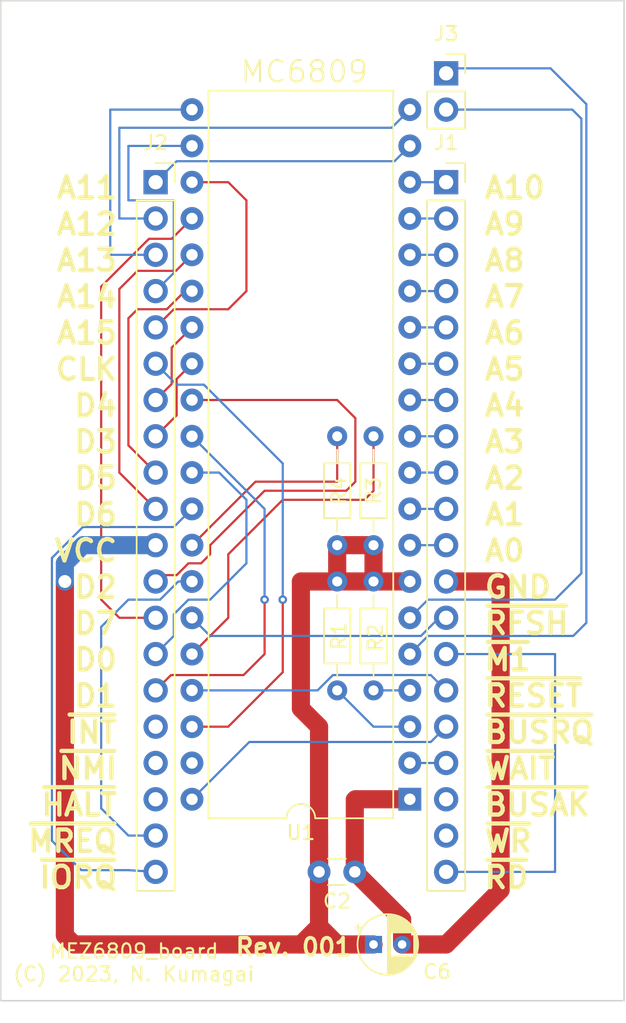
<source format=kicad_pcb>
(kicad_pcb (version 20221018) (generator pcbnew)
  (layers (0 "F.Cu" signal) (31 "B.Cu" signal) (34 "B.Paste" user) (35 "F.Paste" user) (36 "B.SilkS" user "B.Silkscreen") (37 "F.SilkS" user "F.Silkscreen") (38 "B.Mask" user) (39 "F.Mask" user) (44 "Edge.Cuts" user))
  (net 0 "")
  (net 1 "VCC")
  (net 2 "/A14")
  (net 3 "GND")
  (net 4 "/A15")
  (net 5 "/~{IORQ}")
  (net 6 "/~{MREQ}")
  (net 7 "/CLK")
  (net 8 "Net-(U1-~{IRQ})")
  (net 9 "/~{BUSRQ}")
  (net 10 "/~{RESET}")
  (net 11 "/D0")
  (net 12 "/D1")
  (net 13 "/D2")
  (net 14 "/D3")
  (net 15 "/A8")
  (net 16 "/A9")
  (net 17 "/A10")
  (net 18 "/A11")
  (net 19 "/D4")
  (net 20 "/D5")
  (net 21 "/D6")
  (net 22 "/D7")
  (net 23 "/A12")
  (net 24 "/A13")
  (net 25 "/~{WAIT}")
  (net 26 "/~{RFSH}")
  (net 27 "/A0")
  (net 28 "/A1")
  (net 29 "/A2")
  (net 30 "/A3")
  (net 31 "/A4")
  (net 32 "/A5")
  (net 33 "/A6")
  (net 34 "/A7")
  (net 35 "/~{M1}")
  (net 36 "/~{BUSAK}")
  (net 37 "/~{WR}")
  (net 38 "/~{HALT}")
  (net 39 "/~{INT}")
  (net 40 "/~{NMI}")
  (net 41 "Net-(U1-~{FIRQ})")
  (net 42 "Net-(U1-MRDY)")
  (net 43 "Net-(U1-~{DMA{slash}BREQ})")
  (net 44 "Net-(J3-Pin_1)")
  (net 45 "Net-(J3-Pin_2)")
  (footprint "Capacitor_THT:C_Disc_D3.0mm_W1.6mm_P2.50mm" (layer "F.Cu") (at 114.768 142.24 180)
    (fp_text reference "C2" (at 1.25 -2.05) (layer "F.SilkS"))
    (fp_text value "0.1uF")
    (fp_line (start 0.621 -0.92) (end 1.879 -0.92) (stroke (width 0.12)) (layer "F.SilkS"))
    (fp_line (start 0.621 0.92) (end 1.879 0.92) (stroke (width 0.12)) (layer "F.SilkS"))
    (pad "1" thru_hole circle (at 0 0 180) (size 1.6 1.6) (drill 0.8) (layers "*.Cu" "*.Mask") (net 3 "GND"))
    (pad "2" thru_hole circle (at 2.5 0 180) (size 1.6 1.6) (drill 0.8) (layers "*.Cu" "*.Mask") (net 1 "VCC"))
  )
  (footprint "Connector_PinSocket_2.54mm:PinSocket_1x20_P2.54mm_Vertical" (layer "F.Cu") (at 121.158 93.98)
    (fp_text reference "J1" (at 0 -2.77) (layer "F.SilkS"))
    (fp_text value "Conn_01x20_Socket")
    (fp_line (start -1.33 1.27) (end -1.33 49.59) (stroke (width 0.12)) (layer "F.SilkS"))
    (fp_line (start -1.33 1.27) (end 1.33 1.27) (stroke (width 0.12)) (layer "F.SilkS"))
    (fp_line (start -1.33 49.59) (end 1.33 49.59) (stroke (width 0.12)) (layer "F.SilkS"))
    (fp_line (start 0 -1.33) (end 1.33 -1.33) (stroke (width 0.12)) (layer "F.SilkS"))
    (fp_line (start 1.33 -1.33) (end 1.33 0) (stroke (width 0.12)) (layer "F.SilkS"))
    (fp_line (start 1.33 1.27) (end 1.33 49.59) (stroke (width 0.12)) (layer "F.SilkS"))
    (pad "1" thru_hole rect (at 0 0) (size 1.7 1.7) (drill 1) (layers "*.Cu" "*.Mask") (net 17 "/A10"))
    (pad "2" thru_hole oval (at 0 2.54) (size 1.7 1.7) (drill 1) (layers "*.Cu" "*.Mask") (net 16 "/A9"))
    (pad "3" thru_hole oval (at 0 5.08) (size 1.7 1.7) (drill 1) (layers "*.Cu" "*.Mask") (net 15 "/A8"))
    (pad "4" thru_hole oval (at 0 7.62) (size 1.7 1.7) (drill 1) (layers "*.Cu" "*.Mask") (net 34 "/A7"))
    (pad "5" thru_hole oval (at 0 10.16) (size 1.7 1.7) (drill 1) (layers "*.Cu" "*.Mask") (net 33 "/A6"))
    (pad "6" thru_hole oval (at 0 12.7) (size 1.7 1.7) (drill 1) (layers "*.Cu" "*.Mask") (net 32 "/A5"))
    (pad "7" thru_hole oval (at 0 15.24) (size 1.7 1.7) (drill 1) (layers "*.Cu" "*.Mask") (net 31 "/A4"))
    (pad "8" thru_hole oval (at 0 17.78) (size 1.7 1.7) (drill 1) (layers "*.Cu" "*.Mask") (net 30 "/A3"))
    (pad "9" thru_hole oval (at 0 20.32) (size 1.7 1.7) (drill 1) (layers "*.Cu" "*.Mask") (net 29 "/A2"))
    (pad "10" thru_hole oval (at 0 22.86) (size 1.7 1.7) (drill 1) (layers "*.Cu" "*.Mask") (net 28 "/A1"))
    (pad "11" thru_hole oval (at 0 25.4) (size 1.7 1.7) (drill 1) (layers "*.Cu" "*.Mask") (net 27 "/A0"))
    (pad "12" thru_hole oval (at 0 27.94) (size 1.7 1.7) (drill 1) (layers "*.Cu" "*.Mask") (net 3 "GND"))
    (pad "13" thru_hole oval (at 0 30.48) (size 1.7 1.7) (drill 1) (layers "*.Cu" "*.Mask") (net 26 "/~{RFSH}"))
    (pad "14" thru_hole oval (at 0 33.02) (size 1.7 1.7) (drill 1) (layers "*.Cu" "*.Mask") (net 35 "/~{M1}"))
    (pad "15" thru_hole oval (at 0 35.56) (size 1.7 1.7) (drill 1) (layers "*.Cu" "*.Mask") (net 10 "/~{RESET}"))
    (pad "16" thru_hole oval (at 0 38.1) (size 1.7 1.7) (drill 1) (layers "*.Cu" "*.Mask") (net 9 "/~{BUSRQ}"))
    (pad "17" thru_hole oval (at 0 40.64) (size 1.7 1.7) (drill 1) (layers "*.Cu" "*.Mask") (net 25 "/~{WAIT}"))
    (pad "18" thru_hole oval (at 0 43.18) (size 1.7 1.7) (drill 1) (layers "*.Cu" "*.Mask") (net 36 "/~{BUSAK}"))
    (pad "19" thru_hole oval (at 0 45.72) (size 1.7 1.7) (drill 1) (layers "*.Cu" "*.Mask") (net 37 "/~{WR}"))
    (pad "20" thru_hole oval (at 0 48.26) (size 1.7 1.7) (drill 1) (layers "*.Cu" "*.Mask") (net 35 "/~{M1}"))
  )
  (footprint "Connector_PinSocket_2.54mm:PinSocket_1x02_P2.54mm_Vertical" (layer "F.Cu") (at 121.158 86.36)
    (fp_text reference "J3" (at 0 -2.77) (layer "F.SilkS"))
    (fp_text value "Conn_01x02_Pin")
    (fp_line (start -1.33 1.27) (end -1.33 3.87) (stroke (width 0.12)) (layer "F.SilkS"))
    (fp_line (start -1.33 1.27) (end 1.33 1.27) (stroke (width 0.12)) (layer "F.SilkS"))
    (fp_line (start -1.33 3.87) (end 1.33 3.87) (stroke (width 0.12)) (layer "F.SilkS"))
    (fp_line (start 0 -1.33) (end 1.33 -1.33) (stroke (width 0.12)) (layer "F.SilkS"))
    (fp_line (start 1.33 -1.33) (end 1.33 0) (stroke (width 0.12)) (layer "F.SilkS"))
    (fp_line (start 1.33 1.27) (end 1.33 3.87) (stroke (width 0.12)) (layer "F.SilkS"))
    (pad "1" thru_hole rect (at 0 0) (size 1.7 1.7) (drill 1) (layers "*.Cu" "*.Mask") (net 44 "Net-(J3-Pin_1)"))
    (pad "2" thru_hole oval (at 0 2.54) (size 1.7 1.7) (drill 1) (layers "*.Cu" "*.Mask") (net 45 "Net-(J3-Pin_2)"))
  )
  (footprint "Resistor_THT:R_Axial_DIN0204_L3.6mm_D1.6mm_P7.62mm_Horizontal" (layer "F.Cu") (at 113.538 119.38 90)
    (fp_text reference "R4" (at 3.81 0.127 90) (layer "F.SilkS"))
    (fp_text value "10k")
    (fp_line (start 0.94 0) (end 1.89 0) (stroke (width 0.12)) (layer "F.SilkS"))
    (fp_line (start 1.89 -0.92) (end 1.89 0.92) (stroke (width 0.12)) (layer "F.SilkS"))
    (fp_line (start 1.89 0.92) (end 5.73 0.92) (stroke (width 0.12)) (layer "F.SilkS"))
    (fp_line (start 5.73 -0.92) (end 1.89 -0.92) (stroke (width 0.12)) (layer "F.SilkS"))
    (fp_line (start 5.73 0.92) (end 5.73 -0.92) (stroke (width 0.12)) (layer "F.SilkS"))
    (fp_line (start 6.68 0) (end 5.73 0) (stroke (width 0.12)) (layer "F.SilkS"))
    (pad "1" thru_hole circle (at 0 0 90) (size 1.4 1.4) (drill 0.7) (layers "*.Cu" "*.Mask") (net 1 "VCC"))
    (pad "2" thru_hole oval (at 7.62 0 90) (size 1.4 1.4) (drill 0.7) (layers "*.Cu" "*.Mask") (net 43 "Net-(U1-~{DMA{slash}BREQ})"))
  )
  (footprint "Connector_PinSocket_2.54mm:PinSocket_1x20_P2.54mm_Vertical" (layer "F.Cu") (at 100.838 93.98)
    (fp_text reference "J2" (at 0 -2.77) (layer "F.SilkS"))
    (fp_text value "Conn_01x20_Socket")
    (fp_line (start -1.33 1.27) (end -1.33 49.59) (stroke (width 0.12)) (layer "F.SilkS"))
    (fp_line (start -1.33 1.27) (end 1.33 1.27) (stroke (width 0.12)) (layer "F.SilkS"))
    (fp_line (start -1.33 49.59) (end 1.33 49.59) (stroke (width 0.12)) (layer "F.SilkS"))
    (fp_line (start 0 -1.33) (end 1.33 -1.33) (stroke (width 0.12)) (layer "F.SilkS"))
    (fp_line (start 1.33 -1.33) (end 1.33 0) (stroke (width 0.12)) (layer "F.SilkS"))
    (fp_line (start 1.33 1.27) (end 1.33 49.59) (stroke (width 0.12)) (layer "F.SilkS"))
    (pad "1" thru_hole rect (at 0 0) (size 1.7 1.7) (drill 1) (layers "*.Cu" "*.Mask") (net 18 "/A11"))
    (pad "2" thru_hole oval (at 0 2.54) (size 1.7 1.7) (drill 1) (layers "*.Cu" "*.Mask") (net 23 "/A12"))
    (pad "3" thru_hole oval (at 0 5.08) (size 1.7 1.7) (drill 1) (layers "*.Cu" "*.Mask") (net 24 "/A13"))
    (pad "4" thru_hole oval (at 0 7.62) (size 1.7 1.7) (drill 1) (layers "*.Cu" "*.Mask") (net 2 "/A14"))
    (pad "5" thru_hole oval (at 0 10.16) (size 1.7 1.7) (drill 1) (layers "*.Cu" "*.Mask") (net 4 "/A15"))
    (pad "6" thru_hole oval (at 0 12.7) (size 1.7 1.7) (drill 1) (layers "*.Cu" "*.Mask") (net 7 "/CLK"))
    (pad "7" thru_hole oval (at 0 15.24) (size 1.7 1.7) (drill 1) (layers "*.Cu" "*.Mask") (net 19 "/D4"))
    (pad "8" thru_hole oval (at 0 17.78) (size 1.7 1.7) (drill 1) (layers "*.Cu" "*.Mask") (net 14 "/D3"))
    (pad "9" thru_hole oval (at 0 20.32) (size 1.7 1.7) (drill 1) (layers "*.Cu" "*.Mask") (net 20 "/D5"))
    (pad "10" thru_hole oval (at 0 22.86) (size 1.7 1.7) (drill 1) (layers "*.Cu" "*.Mask") (net 21 "/D6"))
    (pad "11" thru_hole oval (at 0 25.4) (size 1.7 1.7) (drill 1) (layers "*.Cu" "*.Mask") (net 1 "VCC"))
    (pad "12" thru_hole oval (at 0 27.94) (size 1.7 1.7) (drill 1) (layers "*.Cu" "*.Mask") (net 13 "/D2"))
    (pad "13" thru_hole oval (at 0 30.48) (size 1.7 1.7) (drill 1) (layers "*.Cu" "*.Mask") (net 22 "/D7"))
    (pad "14" thru_hole oval (at 0 33.02) (size 1.7 1.7) (drill 1) (layers "*.Cu" "*.Mask") (net 11 "/D0"))
    (pad "15" thru_hole oval (at 0 35.56) (size 1.7 1.7) (drill 1) (layers "*.Cu" "*.Mask") (net 12 "/D1"))
    (pad "16" thru_hole oval (at 0 38.1) (size 1.7 1.7) (drill 1) (layers "*.Cu" "*.Mask") (net 39 "/~{INT}"))
    (pad "17" thru_hole oval (at 0 40.64) (size 1.7 1.7) (drill 1) (layers "*.Cu" "*.Mask") (net 40 "/~{NMI}"))
    (pad "18" thru_hole oval (at 0 43.18) (size 1.7 1.7) (drill 1) (layers "*.Cu" "*.Mask") (net 38 "/~{HALT}"))
    (pad "19" thru_hole oval (at 0 45.72) (size 1.7 1.7) (drill 1) (layers "*.Cu" "*.Mask") (net 6 "/~{MREQ}"))
    (pad "20" thru_hole oval (at 0 48.26) (size 1.7 1.7) (drill 1) (layers "*.Cu" "*.Mask") (net 5 "/~{IORQ}"))
  )
  (footprint "Capacitor_THT:CP_Radial_D4.0mm_P2.00mm" (layer "F.Cu") (at 116.078 147.32)
    (fp_text reference "C6" (at 4.445 1.905 180) (layer "F.SilkS"))
    (fp_text value "10uF")
    (fp_line (start -1.269801 -1.195) (end -0.869801 -1.195) (stroke (width 0.12)) (layer "F.SilkS"))
    (fp_line (start -1.069801 -1.395) (end -1.069801 -0.995) (stroke (width 0.12)) (layer "F.SilkS"))
    (fp_line (start 1 -2.08) (end 1 2.08) (stroke (width 0.12)) (layer "F.SilkS"))
    (fp_line (start 1.04 -2.08) (end 1.04 2.08) (stroke (width 0.12)) (layer "F.SilkS"))
    (fp_line (start 1.08 -2.079) (end 1.08 2.079) (stroke (width 0.12)) (layer "F.SilkS"))
    (fp_line (start 1.12 -2.077) (end 1.12 2.077) (stroke (width 0.12)) (layer "F.SilkS"))
    (fp_line (start 1.16 -2.074) (end 1.16 2.074) (stroke (width 0.12)) (layer "F.SilkS"))
    (fp_line (start 1.2 -2.071) (end 1.2 -0.84) (stroke (width 0.12)) (layer "F.SilkS"))
    (fp_line (start 1.2 0.84) (end 1.2 2.071) (stroke (width 0.12)) (layer "F.SilkS"))
    (fp_line (start 1.24 -2.067) (end 1.24 -0.84) (stroke (width 0.12)) (layer "F.SilkS"))
    (fp_line (start 1.24 0.84) (end 1.24 2.067) (stroke (width 0.12)) (layer "F.SilkS"))
    (fp_line (start 1.28 -2.062) (end 1.28 -0.84) (stroke (width 0.12)) (layer "F.SilkS"))
    (fp_line (start 1.28 0.84) (end 1.28 2.062) (stroke (width 0.12)) (layer "F.SilkS"))
    (fp_line (start 1.32 -2.056) (end 1.32 -0.84) (stroke (width 0.12)) (layer "F.SilkS"))
    (fp_line (start 1.32 0.84) (end 1.32 2.056) (stroke (width 0.12)) (layer "F.SilkS"))
    (fp_line (start 1.36 -2.05) (end 1.36 -0.84) (stroke (width 0.12)) (layer "F.SilkS"))
    (fp_line (start 1.36 0.84) (end 1.36 2.05) (stroke (width 0.12)) (layer "F.SilkS"))
    (fp_line (start 1.4 -2.042) (end 1.4 -0.84) (stroke (width 0.12)) (layer "F.SilkS"))
    (fp_line (start 1.4 0.84) (end 1.4 2.042) (stroke (width 0.12)) (layer "F.SilkS"))
    (fp_line (start 1.44 -2.034) (end 1.44 -0.84) (stroke (width 0.12)) (layer "F.SilkS"))
    (fp_line (start 1.44 0.84) (end 1.44 2.034) (stroke (width 0.12)) (layer "F.SilkS"))
    (fp_line (start 1.48 -2.025) (end 1.48 -0.84) (stroke (width 0.12)) (layer "F.SilkS"))
    (fp_line (start 1.48 0.84) (end 1.48 2.025) (stroke (width 0.12)) (layer "F.SilkS"))
    (fp_line (start 1.52 -2.016) (end 1.52 -0.84) (stroke (width 0.12)) (layer "F.SilkS"))
    (fp_line (start 1.52 0.84) (end 1.52 2.016) (stroke (width 0.12)) (layer "F.SilkS"))
    (fp_line (start 1.56 -2.005) (end 1.56 -0.84) (stroke (width 0.12)) (layer "F.SilkS"))
    (fp_line (start 1.56 0.84) (end 1.56 2.005) (stroke (width 0.12)) (layer "F.SilkS"))
    (fp_line (start 1.6 -1.994) (end 1.6 -0.84) (stroke (width 0.12)) (layer "F.SilkS"))
    (fp_line (start 1.6 0.84) (end 1.6 1.994) (stroke (width 0.12)) (layer "F.SilkS"))
    (fp_line (start 1.64 -1.982) (end 1.64 -0.84) (stroke (width 0.12)) (layer "F.SilkS"))
    (fp_line (start 1.64 0.84) (end 1.64 1.982) (stroke (width 0.12)) (layer "F.SilkS"))
    (fp_line (start 1.68 -1.968) (end 1.68 -0.84) (stroke (width 0.12)) (layer "F.SilkS"))
    (fp_line (start 1.68 0.84) (end 1.68 1.968) (stroke (width 0.12)) (layer "F.SilkS"))
    (fp_line (start 1.721 -1.954) (end 1.721 -0.84) (stroke (width 0.12)) (layer "F.SilkS"))
    (fp_line (start 1.721 0.84) (end 1.721 1.954) (stroke (width 0.12)) (layer "F.SilkS"))
    (fp_line (start 1.761 -1.94) (end 1.761 -0.84) (stroke (width 0.12)) (layer "F.SilkS"))
    (fp_line (start 1.761 0.84) (end 1.761 1.94) (stroke (width 0.12)) (layer "F.SilkS"))
    (fp_line (start 1.801 -1.924) (end 1.801 -0.84) (stroke (width 0.12)) (layer "F.SilkS"))
    (fp_line (start 1.801 0.84) (end 1.801 1.924) (stroke (width 0.12)) (layer "F.SilkS"))
    (fp_line (start 1.841 -1.907) (end 1.841 -0.84) (stroke (width 0.12)) (layer "F.SilkS"))
    (fp_line (start 1.841 0.84) (end 1.841 1.907) (stroke (width 0.12)) (layer "F.SilkS"))
    (fp_line (start 1.881 -1.889) (end 1.881 -0.84) (stroke (width 0.12)) (layer "F.SilkS"))
    (fp_line (start 1.881 0.84) (end 1.881 1.889) (stroke (width 0.12)) (layer "F.SilkS"))
    (fp_line (start 1.921 -1.87) (end 1.921 -0.84) (stroke (width 0.12)) (layer "F.SilkS"))
    (fp_line (start 1.921 0.84) (end 1.921 1.87) (stroke (width 0.12)) (layer "F.SilkS"))
    (fp_line (start 1.961 -1.851) (end 1.961 -0.84) (stroke (width 0.12)) (layer "F.SilkS"))
    (fp_line (start 1.961 0.84) (end 1.961 1.851) (stroke (width 0.12)) (layer "F.SilkS"))
    (fp_line (start 2.001 -1.83) (end 2.001 -0.84) (stroke (width 0.12)) (layer "F.SilkS"))
    (fp_line (start 2.001 0.84) (end 2.001 1.83) (stroke (width 0.12)) (layer "F.SilkS"))
    (fp_line (start 2.041 -1.808) (end 2.041 -0.84) (stroke (width 0.12)) (layer "F.SilkS"))
    (fp_line (start 2.041 0.84) (end 2.041 1.808) (stroke (width 0.12)) (layer "F.SilkS"))
    (fp_line (start 2.081 -1.785) (end 2.081 -0.84) (stroke (width 0.12)) (layer "F.SilkS"))
    (fp_line (start 2.081 0.84) (end 2.081 1.785) (stroke (width 0.12)) (layer "F.SilkS"))
    (fp_line (start 2.121 -1.76) (end 2.121 -0.84) (stroke (width 0.12)) (layer "F.SilkS"))
    (fp_line (start 2.121 0.84) (end 2.121 1.76) (stroke (width 0.12)) (layer "F.SilkS"))
    (fp_line (start 2.161 -1.735) (end 2.161 -0.84) (stroke (width 0.12)) (layer "F.SilkS"))
    (fp_line (start 2.161 0.84) (end 2.161 1.735) (stroke (width 0.12)) (layer "F.SilkS"))
    (fp_line (start 2.201 -1.708) (end 2.201 -0.84) (stroke (width 0.12)) (layer "F.SilkS"))
    (fp_line (start 2.201 0.84) (end 2.201 1.708) (stroke (width 0.12)) (layer "F.SilkS"))
    (fp_line (start 2.241 -1.68) (end 2.241 -0.84) (stroke (width 0.12)) (layer "F.SilkS"))
    (fp_line (start 2.241 0.84) (end 2.241 1.68) (stroke (width 0.12)) (layer "F.SilkS"))
    (fp_line (start 2.281 -1.65) (end 2.281 -0.84) (stroke (width 0.12)) (layer "F.SilkS"))
    (fp_line (start 2.281 0.84) (end 2.281 1.65) (stroke (width 0.12)) (layer "F.SilkS"))
    (fp_line (start 2.321 -1.619) (end 2.321 -0.84) (stroke (width 0.12)) (layer "F.SilkS"))
    (fp_line (start 2.321 0.84) (end 2.321 1.619) (stroke (width 0.12)) (layer "F.SilkS"))
    (fp_line (start 2.361 -1.587) (end 2.361 -0.84) (stroke (width 0.12)) (layer "F.SilkS"))
    (fp_line (start 2.361 0.84) (end 2.361 1.587) (stroke (width 0.12)) (layer "F.SilkS"))
    (fp_line (start 2.401 -1.552) (end 2.401 -0.84) (stroke (width 0.12)) (layer "F.SilkS"))
    (fp_line (start 2.401 0.84) (end 2.401 1.552) (stroke (width 0.12)) (layer "F.SilkS"))
    (fp_line (start 2.441 -1.516) (end 2.441 -0.84) (stroke (width 0.12)) (layer "F.SilkS"))
    (fp_line (start 2.441 0.84) (end 2.441 1.516) (stroke (width 0.12)) (layer "F.SilkS"))
    (fp_line (start 2.481 -1.478) (end 2.481 -0.84) (stroke (width 0.12)) (layer "F.SilkS"))
    (fp_line (start 2.481 0.84) (end 2.481 1.478) (stroke (width 0.12)) (layer "F.SilkS"))
    (fp_line (start 2.521 -1.438) (end 2.521 -0.84) (stroke (width 0.12)) (layer "F.SilkS"))
    (fp_line (start 2.521 0.84) (end 2.521 1.438) (stroke (width 0.12)) (layer "F.SilkS"))
    (fp_line (start 2.561 -1.396) (end 2.561 -0.84) (stroke (width 0.12)) (layer "F.SilkS"))
    (fp_line (start 2.561 0.84) (end 2.561 1.396) (stroke (width 0.12)) (layer "F.SilkS"))
    (fp_line (start 2.601 -1.351) (end 2.601 -0.84) (stroke (width 0.12)) (layer "F.SilkS"))
    (fp_line (start 2.601 0.84) (end 2.601 1.351) (stroke (width 0.12)) (layer "F.SilkS"))
    (fp_line (start 2.641 -1.304) (end 2.641 -0.84) (stroke (width 0.12)) (layer "F.SilkS"))
    (fp_line (start 2.641 0.84) (end 2.641 1.304) (stroke (width 0.12)) (layer "F.SilkS"))
    (fp_line (start 2.681 -1.254) (end 2.681 -0.84) (stroke (width 0.12)) (layer "F.SilkS"))
    (fp_line (start 2.681 0.84) (end 2.681 1.254) (stroke (width 0.12)) (layer "F.SilkS"))
    (fp_line (start 2.721 -1.2) (end 2.721 -0.84) (stroke (width 0.12)) (layer "F.SilkS"))
    (fp_line (start 2.721 0.84) (end 2.721 1.2) (stroke (width 0.12)) (layer "F.SilkS"))
    (fp_line (start 2.761 -1.142) (end 2.761 -0.84) (stroke (width 0.12)) (layer "F.SilkS"))
    (fp_line (start 2.761 0.84) (end 2.761 1.142) (stroke (width 0.12)) (layer "F.SilkS"))
    (fp_line (start 2.801 -1.08) (end 2.801 -0.84) (stroke (width 0.12)) (layer "F.SilkS"))
    (fp_line (start 2.801 0.84) (end 2.801 1.08) (stroke (width 0.12)) (layer "F.SilkS"))
    (fp_line (start 2.841 -1.013) (end 2.841 1.013) (stroke (width 0.12)) (layer "F.SilkS"))
    (fp_line (start 2.881 -0.94) (end 2.881 0.94) (stroke (width 0.12)) (layer "F.SilkS"))
    (fp_line (start 2.921 -0.859) (end 2.921 0.859) (stroke (width 0.12)) (layer "F.SilkS"))
    (fp_line (start 2.961 -0.768) (end 2.961 0.768) (stroke (width 0.12)) (layer "F.SilkS"))
    (fp_line (start 3.001 -0.664) (end 3.001 0.664) (stroke (width 0.12)) (layer "F.SilkS"))
    (fp_line (start 3.041 -0.537) (end 3.041 0.537) (stroke (width 0.12)) (layer "F.SilkS"))
    (fp_line (start 3.081 -0.37) (end 3.081 0.37) (stroke (width 0.12)) (layer "F.SilkS"))
    (fp_circle (center 1 0) (end 3.12 0) (stroke (width 0.12)) (fill none) (layer "F.SilkS"))
    (pad "1" thru_hole rect (at 0 0) (size 1.2 1.2) (drill 0.6) (layers "*.Cu" "*.Mask") (net 1 "VCC"))
    (pad "2" thru_hole circle (at 2 0) (size 1.2 1.2) (drill 0.6) (layers "*.Cu" "*.Mask") (net 3 "GND"))
  )
  (footprint "Resistor_THT:R_Axial_DIN0204_L3.6mm_D1.6mm_P7.62mm_Horizontal" (layer "F.Cu") (at 116.078 129.54 90)
    (fp_text reference "R2" (at 3.683 0.127 90) (layer "F.SilkS"))
    (fp_text value "10k")
    (fp_line (start 0.94 0) (end 1.89 0) (stroke (width 0.12)) (layer "F.SilkS"))
    (fp_line (start 1.89 -0.92) (end 1.89 0.92) (stroke (width 0.12)) (layer "F.SilkS"))
    (fp_line (start 1.89 0.92) (end 5.73 0.92) (stroke (width 0.12)) (layer "F.SilkS"))
    (fp_line (start 5.73 -0.92) (end 1.89 -0.92) (stroke (width 0.12)) (layer "F.SilkS"))
    (fp_line (start 5.73 0.92) (end 5.73 -0.92) (stroke (width 0.12)) (layer "F.SilkS"))
    (fp_line (start 6.68 0) (end 5.73 0) (stroke (width 0.12)) (layer "F.SilkS"))
    (pad "1" thru_hole circle (at 0 0 90) (size 1.4 1.4) (drill 0.7) (layers "*.Cu" "*.Mask") (net 41 "Net-(U1-~{FIRQ})"))
    (pad "2" thru_hole oval (at 7.62 0 90) (size 1.4 1.4) (drill 0.7) (layers "*.Cu" "*.Mask") (net 1 "VCC"))
  )
  (footprint "MountingHole:MountingHole_3.5mm" (layer "F.Cu") (at 128.608 147.46)
    (fp_text reference "H4" hide)
    (fp_text value "MountingHole")
    (pad "" np_thru_hole circle (at 0 0) (size 3.5 3.5) (drill 3.5) (layers "*.Cu" "*.Mask"))
  )
  (footprint "Package_DIP:DIP-40_W15.24mm" (layer "F.Cu") (at 118.618 137.16 180)
    (fp_text reference "U1" (at 7.62 -2.33) (layer "F.SilkS"))
    (fp_text value "MC6809")
    (fp_line (start 1.16 -1.33) (end 1.16 49.59) (stroke (width 0.12)) (layer "F.SilkS"))
    (fp_line (start 1.16 49.59) (end 14.08 49.59) (stroke (width 0.12)) (layer "F.SilkS"))
    (fp_line (start 6.62 -1.33) (end 1.16 -1.33) (stroke (width 0.12)) (layer "F.SilkS"))
    (fp_line (start 14.08 -1.33) (end 8.62 -1.33) (stroke (width 0.12)) (layer "F.SilkS"))
    (fp_line (start 14.08 49.59) (end 14.08 -1.33) (stroke (width 0.12)) (layer "F.SilkS"))
    (fp_arc (start 8.62 -1.33) (mid 7.62 -0.33) (end 6.62 -1.33) (stroke (width 0.12)) (layer "F.SilkS"))
    (pad "1" thru_hole rect (at 0 0 180) (size 1.6 1.6) (drill 0.8) (layers "*.Cu" "*.Mask") (net 3 "GND"))
    (pad "2" thru_hole oval (at 0 2.54 180) (size 1.6 1.6) (drill 0.8) (layers "*.Cu" "*.Mask") (net 25 "/~{WAIT}"))
    (pad "3" thru_hole oval (at 0 5.08 180) (size 1.6 1.6) (drill 0.8) (layers "*.Cu" "*.Mask") (net 8 "Net-(U1-~{IRQ})"))
    (pad "4" thru_hole oval (at 0 7.62 180) (size 1.6 1.6) (drill 0.8) (layers "*.Cu" "*.Mask") (net 41 "Net-(U1-~{FIRQ})"))
    (pad "5" thru_hole oval (at 0 10.16 180) (size 1.6 1.6) (drill 0.8) (layers "*.Cu" "*.Mask") (net 44 "Net-(J3-Pin_1)"))
    (pad "6" thru_hole oval (at 0 12.7 180) (size 1.6 1.6) (drill 0.8) (layers "*.Cu" "*.Mask") (net 45 "Net-(J3-Pin_2)"))
    (pad "7" thru_hole oval (at 0 15.24 180) (size 1.6 1.6) (drill 0.8) (layers "*.Cu" "*.Mask") (net 1 "VCC"))
    (pad "8" thru_hole oval (at 0 17.78 180) (size 1.6 1.6) (drill 0.8) (layers "*.Cu" "*.Mask") (net 27 "/A0"))
    (pad "9" thru_hole oval (at 0 20.32 180) (size 1.6 1.6) (drill 0.8) (layers "*.Cu" "*.Mask") (net 28 "/A1"))
    (pad "10" thru_hole oval (at 0 22.86 180) (size 1.6 1.6) (drill 0.8) (layers "*.Cu" "*.Mask") (net 29 "/A2"))
    (pad "11" thru_hole oval (at 0 25.4 180) (size 1.6 1.6) (drill 0.8) (layers "*.Cu" "*.Mask") (net 30 "/A3"))
    (pad "12" thru_hole oval (at 0 27.94 180) (size 1.6 1.6) (drill 0.8) (layers "*.Cu" "*.Mask") (net 31 "/A4"))
    (pad "13" thru_hole oval (at 0 30.48 180) (size 1.6 1.6) (drill 0.8) (layers "*.Cu" "*.Mask") (net 32 "/A5"))
    (pad "14" thru_hole oval (at 0 33.02 180) (size 1.6 1.6) (drill 0.8) (layers "*.Cu" "*.Mask") (net 33 "/A6"))
    (pad "15" thru_hole oval (at 0 35.56 180) (size 1.6 1.6) (drill 0.8) (layers "*.Cu" "*.Mask") (net 34 "/A7"))
    (pad "16" thru_hole oval (at 0 38.1 180) (size 1.6 1.6) (drill 0.8) (layers "*.Cu" "*.Mask") (net 15 "/A8"))
    (pad "17" thru_hole oval (at 0 40.64 180) (size 1.6 1.6) (drill 0.8) (layers "*.Cu" "*.Mask") (net 16 "/A9"))
    (pad "18" thru_hole oval (at 0 43.18 180) (size 1.6 1.6) (drill 0.8) (layers "*.Cu" "*.Mask") (net 17 "/A10"))
    (pad "19" thru_hole oval (at 0 45.72 180) (size 1.6 1.6) (drill 0.8) (layers "*.Cu" "*.Mask") (net 18 "/A11"))
    (pad "20" thru_hole oval (at 0 48.26 180) (size 1.6 1.6) (drill 0.8) (layers "*.Cu" "*.Mask") (net 23 "/A12"))
    (pad "21" thru_hole oval (at 15.24 48.26 180) (size 1.6 1.6) (drill 0.8) (layers "*.Cu" "*.Mask") (net 24 "/A13"))
    (pad "22" thru_hole oval (at 15.24 45.72 180) (size 1.6 1.6) (drill 0.8) (layers "*.Cu" "*.Mask") (net 2 "/A14"))
    (pad "23" thru_hole oval (at 15.24 43.18 180) (size 1.6 1.6) (drill 0.8) (layers "*.Cu" "*.Mask") (net 4 "/A15"))
    (pad "24" thru_hole oval (at 15.24 40.64 180) (size 1.6 1.6) (drill 0.8) (layers "*.Cu" "*.Mask") (net 22 "/D7"))
    (pad "25" thru_hole oval (at 15.24 38.1 180) (size 1.6 1.6) (drill 0.8) (layers "*.Cu" "*.Mask") (net 21 "/D6"))
    (pad "26" thru_hole oval (at 15.24 35.56 180) (size 1.6 1.6) (drill 0.8) (layers "*.Cu" "*.Mask") (net 20 "/D5"))
    (pad "27" thru_hole oval (at 15.24 33.02 180) (size 1.6 1.6) (drill 0.8) (layers "*.Cu" "*.Mask") (net 19 "/D4"))
    (pad "28" thru_hole oval (at 15.24 30.48 180) (size 1.6 1.6) (drill 0.8) (layers "*.Cu" "*.Mask") (net 14 "/D3"))
    (pad "29" thru_hole oval (at 15.24 27.94 180) (size 1.6 1.6) (drill 0.8) (layers "*.Cu" "*.Mask") (net 13 "/D2"))
    (pad "30" thru_hole oval (at 15.24 25.4 180) (size 1.6 1.6) (drill 0.8) (layers "*.Cu" "*.Mask") (net 12 "/D1"))
    (pad "31" thru_hole oval (at 15.24 22.86 180) (size 1.6 1.6) (drill 0.8) (layers "*.Cu" "*.Mask") (net 11 "/D0"))
    (pad "32" thru_hole oval (at 15.24 20.32 180) (size 1.6 1.6) (drill 0.8) (layers "*.Cu" "*.Mask") (net 5 "/~{IORQ}"))
    (pad "33" thru_hole oval (at 15.24 17.78 180) (size 1.6 1.6) (drill 0.8) (layers "*.Cu" "*.Mask") (net 43 "Net-(U1-~{DMA{slash}BREQ})"))
    (pad "34" thru_hole oval (at 15.24 15.24 180) (size 1.6 1.6) (drill 0.8) (layers "*.Cu" "*.Mask") (net 6 "/~{MREQ}"))
    (pad "35" thru_hole oval (at 15.24 12.7 180) (size 1.6 1.6) (drill 0.8) (layers "*.Cu" "*.Mask") (net 26 "/~{RFSH}"))
    (pad "36" thru_hole oval (at 15.24 10.16 180) (size 1.6 1.6) (drill 0.8) (layers "*.Cu" "*.Mask") (net 42 "Net-(U1-MRDY)"))
    (pad "37" thru_hole oval (at 15.24 7.62 180) (size 1.6 1.6) (drill 0.8) (layers "*.Cu" "*.Mask") (net 10 "/~{RESET}"))
    (pad "38" thru_hole oval (at 15.24 5.08 180) (size 1.6 1.6) (drill 0.8) (layers "*.Cu" "*.Mask") (net 7 "/CLK"))
    (pad "39" thru_hole oval (at 15.24 2.54 180) (size 1.6 1.6) (drill 0.8) (layers "*.Cu" "*.Mask"))
    (pad "40" thru_hole oval (at 15.24 0 180) (size 1.6 1.6) (drill 0.8) (layers "*.Cu" "*.Mask") (net 9 "/~{BUSRQ}"))
  )
  (footprint "Resistor_THT:R_Axial_DIN0204_L3.6mm_D1.6mm_P7.62mm_Horizontal" (layer "F.Cu") (at 113.538 129.54 90)
    (fp_text reference "R1" (at 3.81 0.127 90) (layer "F.SilkS"))
    (fp_text value "10k")
    (fp_line (start 0.94 0) (end 1.89 0) (stroke (width 0.12)) (layer "F.SilkS"))
    (fp_line (start 1.89 -0.92) (end 1.89 0.92) (stroke (width 0.12)) (layer "F.SilkS"))
    (fp_line (start 1.89 0.92) (end 5.73 0.92) (stroke (width 0.12)) (layer "F.SilkS"))
    (fp_line (start 5.73 -0.92) (end 1.89 -0.92) (stroke (width 0.12)) (layer "F.SilkS"))
    (fp_line (start 5.73 0.92) (end 5.73 -0.92) (stroke (width 0.12)) (layer "F.SilkS"))
    (fp_line (start 6.68 0) (end 5.73 0) (stroke (width 0.12)) (layer "F.SilkS"))
    (pad "1" thru_hole circle (at 0 0 90) (size 1.4 1.4) (drill 0.7) (layers "*.Cu" "*.Mask") (net 8 "Net-(U1-~{IRQ})"))
    (pad "2" thru_hole oval (at 7.62 0 90) (size 1.4 1.4) (drill 0.7) (layers "*.Cu" "*.Mask") (net 1 "VCC"))
  )
  (footprint "Resistor_THT:R_Axial_DIN0204_L3.6mm_D1.6mm_P7.62mm_Horizontal" (layer "F.Cu") (at 116.078 119.38 90)
    (fp_text reference "R3" (at 3.81 0 90) (layer "F.SilkS"))
    (fp_text value "10k")
    (fp_line (start 0.94 0) (end 1.89 0) (stroke (width 0.12)) (layer "F.SilkS"))
    (fp_line (start 1.89 -0.92) (end 1.89 0.92) (stroke (width 0.12)) (layer "F.SilkS"))
    (fp_line (start 1.89 0.92) (end 5.73 0.92) (stroke (width 0.12)) (layer "F.SilkS"))
    (fp_line (start 5.73 -0.92) (end 1.89 -0.92) (stroke (width 0.12)) (layer "F.SilkS"))
    (fp_line (start 5.73 0.92) (end 5.73 -0.92) (stroke (width 0.12)) (layer "F.SilkS"))
    (fp_line (start 6.68 0) (end 5.73 0) (stroke (width 0.12)) (layer "F.SilkS"))
    (pad "1" thru_hole circle (at 0 0 90) (size 1.4 1.4) (drill 0.7) (layers "*.Cu" "*.Mask") (net 1 "VCC"))
    (pad "2" thru_hole oval (at 7.62 0 90) (size 1.4 1.4) (drill 0.7) (layers "*.Cu" "*.Mask") (net 42 "Net-(U1-MRDY)"))
  )
  (gr_line (start 133.604 81.28) (end 90 81.28) (stroke (width 0.1)) (layer "Edge.Cuts"))
  (gr_line (start 90 151.257) (end 90 81.28) (stroke (width 0.1)) (layer "Edge.Cuts"))
  (gr_line (start 133.604 81.28) (end 133.604 151.257) (stroke (width 0.1)) (layer "Edge.Cuts"))
  (gr_line (start 133.604 151.257) (end 90 151.257) (stroke (width 0.1)) (layer "Edge.Cuts"))
  (gr_text "D7" (at 98.298 125.73) (layer "F.SilkS") (effects (font (size 1.5 1.5) (thickness 0.3) bold) (justify right bottom)))
  (gr_text "~{BUSRQ}" (at 123.698 133.35) (layer "F.SilkS") (effects (font (size 1.5 1.5) (thickness 0.3) bold) (justify left bottom)))
  (gr_text "A13" (at 98.298 100.33) (layer "F.SilkS") (effects (font (size 1.5 1.5) (thickness 0.3) bold) (justify right bottom)))
  (gr_text "MEZ6809_board\n(C) 2023, N. Kumagai" (at 99.314 148.59) (layer "F.SilkS") (effects (font (size 1 1))))
  (gr_text "~{HALT}" (at 98.298 138.43) (layer "F.SilkS") (effects (font (size 1.5 1.5) (thickness 0.3) bold) (justify right bottom)))
  (gr_text "A4" (at 123.698 110.49) (layer "F.SilkS") (effects (font (size 1.5 1.5) (thickness 0.3) bold) (justify left bottom)))
  (gr_text "~{M1}" (at 123.698 128.27) (layer "F.SilkS") (effects (font (size 1.5 1.5) (thickness 0.3) bold) (justify left bottom)))
  (gr_text "~{INT}" (at 98.298 133.35) (layer "F.SilkS") (effects (font (size 1.5 1.5) (thickness 0.3) bold) (justify right bottom)))
  (gr_text "~{NMI}" (at 98.298 135.89) (layer "F.SilkS") (effects (font (size 1.5 1.5) (thickness 0.3) bold) (justify right bottom)))
  (gr_text "A7" (at 123.698 102.87) (layer "F.SilkS") (effects (font (size 1.5 1.5) (thickness 0.3) bold) (justify left bottom)))
  (gr_text "~{BUSAK}" (at 123.698 138.43) (layer "F.SilkS") (effects (font (size 1.5 1.5) (thickness 0.3) bold) (justify left bottom)))
  (gr_text "VCC" (at 98.298 120.65) (layer "F.SilkS") (effects (font (size 1.5 1.5) (thickness 0.3) bold) (justify right bottom)))
  (gr_text "MC6809" (at 106.68 87.122) (layer "F.SilkS") (effects (font (size 1.5 1.5)) (justify left bottom)))
  (gr_text "D0" (at 98.298 128.27) (layer "F.SilkS") (effects (font (size 1.5 1.5) (thickness 0.3) bold) (justify right bottom)))
  (gr_text "~{WAIT}" (at 123.698 135.89) (layer "F.SilkS") (effects (font (size 1.5 1.5) (thickness 0.3) bold) (justify left bottom)))
  (gr_text "A0" (at 123.698 120.65) (layer "F.SilkS") (effects (font (size 1.5 1.5) (thickness 0.3) bold) (justify left bottom)))
  (gr_text "Rev. 001" (at 106.299 148.209) (layer "F.SilkS") (effects (font (size 1.2 1.2) (thickness 0.25) bold) (justify left bottom)))
  (gr_text "~{RFSH}" (at 123.698 125.73) (layer "F.SilkS") (effects (font (size 1.5 1.5) (thickness 0.3) bold) (justify left bottom)))
  (gr_text "D5" (at 98.298 115.57) (layer "F.SilkS") (effects (font (size 1.5 1.5) (thickness 0.3) bold) (justify right bottom)))
  (gr_text "A12" (at 98.298 97.79) (layer "F.SilkS") (effects (font (size 1.5 1.5) (thickness 0.3) bold) (justify right bottom)))
  (gr_text "A8" (at 123.698 100.33) (layer "F.SilkS") (effects (font (size 1.5 1.5) (thickness 0.3) bold) (justify left bottom)))
  (gr_text "~{WR}" (at 123.698 140.97) (layer "F.SilkS") (effects (font (size 1.5 1.5) (thickness 0.3) bold) (justify left bottom)))
  (gr_text "D2" (at 98.298 123.19) (layer "F.SilkS") (effects (font (size 1.5 1.5) (thickness 0.3) bold) (justify right bottom)))
  (gr_text "A14" (at 98.298 102.87) (layer "F.SilkS") (effects (font (size 1.5 1.5) (thickness 0.3) bold) (justify right bottom)))
  (gr_text "A6" (at 123.698 105.41) (layer "F.SilkS") (effects (font (size 1.5 1.5) (thickness 0.3) bold) (justify left bottom)))
  (gr_text "A2" (at 123.698 115.57) (layer "F.SilkS") (effects (font (size 1.5 1.5) (thickness 0.3) bold) (justify left bottom)))
  (gr_text "A9" (at 123.698 97.79) (layer "F.SilkS") (effects (font (size 1.5 1.5) (thickness 0.3) bold) (justify left bottom)))
  (gr_text "~{MREQ}" (at 98.298 140.97) (layer "F.SilkS") (effects (font (size 1.5 1.5) (thickness 0.3) bold) (justify right bottom)))
  (gr_text "A10" (at 123.698 95.25) (layer "F.SilkS") (effects (font (size 1.5 1.5) (thickness 0.3) bold) (justify left bottom)))
  (gr_text "GND" (at 123.698 123.19) (layer "F.SilkS") (effects (font (size 1.5 1.5) (thickness 0.3) bold) (justify left bottom)))
  (gr_text "D1" (at 98.298 130.81) (layer "F.SilkS") (effects (font (size 1.5 1.5) (thickness 0.3) bold) (justify right bottom)))
  (gr_text "~{RD}" (at 123.698 143.51) (layer "F.SilkS") (effects (font (size 1.5 1.5) (thickness 0.3) bold) (justify left bottom)))
  (gr_text "A11" (at 98.298 95.25) (layer "F.SilkS") (effects (font (size 1.5 1.5) (thickness 0.3) bold) (justify right bottom)))
  (gr_text "D6" (at 98.298 118.11) (layer "F.SilkS") (effects (font (size 1.5 1.5) (thickness 0.3) bold) (justify right bottom)))
  (gr_text "~{RESET}" (at 123.698 130.81) (layer "F.SilkS") (effects (font (size 1.5 1.5) (thickness 0.3) bold) (justify left bottom)))
  (gr_text "A5" (at 123.698 107.95) (layer "F.SilkS") (effects (font (size 1.5 1.5) (thickness 0.3) bold) (justify left bottom)))
  (gr_text "CLK" (at 98.298 107.95) (layer "F.SilkS") (effects (font (size 1.5 1.5) (thickness 0.3) bold) (justify right bottom)))
  (gr_text "~{IORQ}" (at 98.298 143.51) (layer "F.SilkS") (effects (font (size 1.5 1.5) (thickness 0.3) bold) (justify right bottom)))
  (gr_text "A1" (at 123.698 118.11) (layer "F.SilkS") (effects (font (size 1.5 1.5) (thickness 0.3) bold) (justify left bottom)))
  (gr_text "A3" (at 123.698 113.03) (layer "F.SilkS") (effects (font (size 1.5 1.5) (thickness 0.3) bold) (justify left bottom)))
  (gr_text "D3" (at 98.298 113.03) (layer "F.SilkS") (effects (font (size 1.5 1.5) (thickness 0.3) bold) (justify right bottom)))
  (gr_text "A15" (at 98.298 105.41) (layer "F.SilkS") (effects (font (size 1.5 1.5) (thickness 0.3) bold) (justify right bottom)))
  (gr_text "D4" (at 98.298 110.49) (layer "F.SilkS") (effects (font (size 1.5 1.5) (thickness 0.3) bold) (justify right bottom)))
  (segment (start 112.268 146.05) (end 113.538 147.32) (width 1.27) (layer "F.Cu") (net 1))
  (segment (start 118.623 121.9175) (end 110.998 121.92) (width 1.27) (layer "F.Cu") (net 1))
  (segment (start 110.998 147.32) (end 112.268 146.05) (width 1.27) (layer "F.Cu") (net 1))
  (segment (start 116.078 119.38) (end 113.538 119.38) (width 1.27) (layer "F.Cu") (net 1))
  (segment (start 112.268 132.08) (end 112.268 142.24) (width 1.27) (layer "F.Cu") (net 1))
  (segment (start 116.078 119.38) (end 116.078 121.92) (width 1.27) (layer "F.Cu") (net 1))
  (segment (start 113.538 119.38) (end 113.538 121.92) (width 1.27) (layer "F.Cu") (net 1))
  (segment (start 95.123 147.32) (end 110.998 147.32) (width 1.27) (layer "F.Cu") (net 1))
  (segment (start 110.998 121.92) (end 110.998 130.81) (width 1.27) (layer "F.Cu") (net 1))
  (segment (start 94.488 146.685) (end 95.123 147.32) (width 1.27) (layer "F.Cu") (net 1))
  (segment (start 112.268 139.7) (end 112.268 146.05) (width 1.27) (layer "F.Cu") (net 1))
  (segment (start 113.538 147.32) (end 116.078 147.32) (width 1.27) (layer "F.Cu") (net 1))
  (segment (start 110.998 130.81) (end 112.268 132.08) (width 1.27) (layer "F.Cu") (net 1))
  (segment (start 113.538 147.32) (end 110.998 147.32) (width 1.27) (layer "F.Cu") (net 1))
  (segment (start 94.488 121.92) (end 94.488 146.685) (width 1.27) (layer "F.Cu") (net 1))
  (via (at 94.488 121.92) (size 1.27) (drill 0.9) (layers "F.Cu" "B.Cu") (net 1))
  (segment (start 94.488 120.65) (end 94.488 121.92) (width 1.27) (layer "B.Cu") (net 1))
  (segment (start 95.758 119.38) (end 100.838 119.38) (width 1.27) (layer "B.Cu") (net 1))
  (segment (start 95.758 119.38) (end 94.488 120.65) (width 1.27) (layer "B.Cu") (net 1))
  (segment (start 98.933 91.44) (end 98.933 95.25) (width 0.1524) (layer "B.Cu") (net 2))
  (segment (start 103.378 91.44) (end 98.933 91.44) (width 0.1524) (layer "B.Cu") (net 2))
  (segment (start 102.108 100.33) (end 100.838 101.6) (width 0.1524) (layer "B.Cu") (net 2))
  (segment (start 98.933 95.25) (end 102.108 95.25) (width 0.1524) (layer "B.Cu") (net 2))
  (segment (start 102.108 95.25) (end 102.108 100.33) (width 0.1524) (layer "B.Cu") (net 2))
  (segment (start 118.078 147.32) (end 121.158 147.32) (width 1.27) (layer "F.Cu") (net 3))
  (segment (start 114.768 137.2) (end 114.808 137.16) (width 1.27) (layer "F.Cu") (net 3))
  (segment (start 114.808 137.16) (end 118.618 137.16) (width 1.27) (layer "F.Cu") (net 3))
  (segment (start 118.078 145.55) (end 118.078 146.59) (width 1.27) (layer "F.Cu") (net 3))
  (segment (start 114.768 142.24) (end 118.078 145.55) (width 1.27) (layer "F.Cu") (net 3))
  (segment (start 121.158 121.92) (end 124.968 121.92) (width 1.27) (layer "F.Cu") (net 3))
  (segment (start 124.968 121.92) (end 124.968 143.51) (width 1.27) (layer "F.Cu") (net 3))
  (segment (start 114.768 142.2) (end 114.768 137.2) (width 1.27) (layer "F.Cu") (net 3))
  (segment (start 118.078 146.59) (end 118.078 147.32) (width 1.27) (layer "F.Cu") (net 3))
  (segment (start 124.968 143.51) (end 121.158 147.32) (width 1.27) (layer "F.Cu") (net 3))
  (segment (start 114.803 142.235) (end 114.768 142.2) (width 1.27) (layer "F.Cu") (net 3))
  (segment (start 105.918 93.98) (end 103.378 93.98) (width 0.1524) (layer "F.Cu") (net 4))
  (segment (start 100.838 104.14) (end 102.108 102.87) (width 0.1524) (layer "F.Cu") (net 4))
  (segment (start 107.188 101.6) (end 107.188 95.25) (width 0.1524) (layer "F.Cu") (net 4))
  (segment (start 105.918 102.87) (end 107.188 101.6) (width 0.1524) (layer "F.Cu") (net 4))
  (segment (start 102.108 102.87) (end 105.918 102.87) (width 0.1524) (layer "F.Cu") (net 4))
  (segment (start 107.188 95.25) (end 105.918 93.98) (width 0.1524) (layer "F.Cu") (net 4))
  (segment (start 93.5818 120.27464) (end 93.5818 140.0638) (width 0.1524) (layer "B.Cu") (net 5))
  (segment (start 93.5818 140.0638) (end 95.638937 142.120937) (width 0.1524) (layer "B.Cu") (net 5))
  (segment (start 95.74644 118.11) (end 93.5818 120.27464) (width 0.1524) (layer "B.Cu") (net 5))
  (segment (start 98.933 142.120937) (end 100.838 142.24) (width 0.1524) (layer "B.Cu") (net 5))
  (segment (start 95.638937 142.120937) (end 98.933 142.120937) (width 0.1524) (layer "B.Cu") (net 5))
  (segment (start 102.108 118.11) (end 95.74644 118.11) (width 0.1524) (layer "B.Cu") (net 5))
  (segment (start 103.378 116.84) (end 102.108 118.11) (width 0.1524) (layer "B.Cu") (net 5))
  (segment (start 97.028 137.795) (end 98.933 139.7) (width 0.1524) (layer "B.Cu") (net 6))
  (segment (start 98.933 139.7) (end 100.838 139.7) (width 0.1524) (layer "B.Cu") (net 6))
  (segment (start 102.423617 121.92) (end 101.153617 123.19) (width 0.1524) (layer "B.Cu") (net 6))
  (segment (start 97.028 125.095) (end 97.028 137.795) (width 0.1524) (layer "B.Cu") (net 6))
  (segment (start 98.933 123.19) (end 97.028 125.095) (width 0.1524) (layer "B.Cu") (net 6))
  (segment (start 101.153617 123.19) (end 98.933 123.19) (width 0.1524) (layer "B.Cu") (net 6))
  (segment (start 103.378 121.92) (end 102.423617 121.92) (width 0.1524) (layer "B.Cu") (net 6))
  (segment (start 109.728 123.19) (end 109.728 128.27) (width 0.1524) (layer "F.Cu") (net 7))
  (segment (start 109.728 128.27) (end 105.918 132.08) (width 0.1524) (layer "F.Cu") (net 7))
  (segment (start 105.918 132.08) (end 103.378 132.08) (width 0.1524) (layer "F.Cu") (net 7))
  (via (at 109.728 123.19) (size 0.6) (drill 0.3) (layers "F.Cu" "B.Cu") (net 7))
  (segment (start 109.728 113.665) (end 109.728 123.19) (width 0.1524) (layer "B.Cu") (net 7))
  (segment (start 102.3068 108.1488) (end 104.2118 108.1488) (width 0.1524) (layer "B.Cu") (net 7))
  (segment (start 104.2118 108.1488) (end 109.728 113.665) (width 0.1524) (layer "B.Cu") (net 7))
  (segment (start 100.838 106.68) (end 102.3068 108.1488) (width 0.1524) (layer "B.Cu") (net 7))
  (segment (start 113.538 129.54) (end 116.078 132.08) (width 0.1524) (layer "B.Cu") (net 8))
  (segment (start 116.078 132.08) (end 118.618 132.08) (width 0.1524) (layer "B.Cu") (net 8))
  (segment (start 107.3868 133.1512) (end 103.378 137.16) (width 0.1524) (layer "B.Cu") (net 9))
  (segment (start 120.0868 133.1512) (end 107.3868 133.1512) (width 0.1524) (layer "B.Cu") (net 9))
  (segment (start 121.158 132.08) (end 120.0868 133.1512) (width 0.1524) (layer "B.Cu") (net 9))
  (segment (start 120.0868 128.4688) (end 121.158 129.54) (width 0.1524) (layer "B.Cu") (net 10))
  (segment (start 112.164515 129.54) (end 113.235715 128.4688) (width 0.1524) (layer "B.Cu") (net 10))
  (segment (start 103.378 129.54) (end 112.164515 129.54) (width 0.1524) (layer "B.Cu") (net 10))
  (segment (start 113.235715 128.4688) (end 120.0868 128.4688) (width 0.1524) (layer "B.Cu") (net 10))
  (segment (start 107.188 120.65) (end 104.648 123.19) (width 0.1524) (layer "B.Cu") (net 11))
  (segment (start 102.108 125.73) (end 102.108 124.215094) (width 0.1524) (layer "B.Cu") (net 11))
  (segment (start 105.283 114.3) (end 107.188 116.205) (width 0.1524) (layer "B.Cu") (net 11))
  (segment (start 102.108 125.73) (end 100.838 127) (width 0.1524) (layer "B.Cu") (net 11))
  (segment (start 107.188 116.205) (end 107.188 120.65) (width 0.1524) (layer "B.Cu") (net 11))
  (segment (start 103.378 114.3) (end 105.283 114.3) (width 0.1524) (layer "B.Cu") (net 11))
  (segment (start 103.133094 123.19) (end 104.648 123.19) (width 0.1524) (layer "B.Cu") (net 11))
  (segment (start 102.108 124.215094) (end 103.133094 123.19) (width 0.1524) (layer "B.Cu") (net 11))
  (segment (start 106.9892 128.4688) (end 108.458 127) (width 0.1524) (layer "F.Cu") (net 12))
  (segment (start 108.458 123.19) (end 108.458 127) (width 0.1524) (layer "F.Cu") (net 12))
  (segment (start 100.838 129.54) (end 101.9092 128.4688) (width 0.1524) (layer "F.Cu") (net 12))
  (segment (start 101.9092 128.4688) (end 106.9892 128.4688) (width 0.1524) (layer "F.Cu") (net 12))
  (via (at 108.458 123.19) (size 0.6) (drill 0.3) (layers "F.Cu" "B.Cu") (net 12))
  (segment (start 103.378 111.76) (end 108.458 116.84) (width 0.1524) (layer "B.Cu") (net 12))
  (segment (start 108.458 116.84) (end 108.458 123.19) (width 0.1524) (layer "B.Cu") (net 12))
  (segment (start 103.133094 120.65) (end 104.013 120.65) (width 0.1524) (layer "F.Cu") (net 13))
  (segment (start 102.3068 121.476294) (end 101.281706 121.476294) (width 0.1524) (layer "F.Cu") (net 13))
  (segment (start 101.281706 121.476294) (end 100.838 121.92) (width 0.1524) (layer "F.Cu") (net 13))
  (segment (start 113.538 109.22) (end 103.378 109.22) (width 0.1524) (layer "F.Cu") (net 13))
  (segment (start 104.648 119.38) (end 108.458 115.57) (width 0.1524) (layer "F.Cu") (net 13))
  (segment (start 108.458 115.57) (end 114.173 115.57) (width 0.1524) (layer "F.Cu") (net 13))
  (segment (start 104.648 120.015) (end 104.648 119.38) (width 0.1524) (layer "F.Cu") (net 13))
  (segment (start 104.013 120.65) (end 104.648 120.015) (width 0.1524) (layer "F.Cu") (net 13))
  (segment (start 114.808 114.935) (end 114.808 110.49) (width 0.1524) (layer "F.Cu") (net 13))
  (segment (start 114.173 115.57) (end 114.808 114.935) (width 0.1524) (layer "F.Cu") (net 13))
  (segment (start 102.3068 121.476294) (end 103.133094 120.65) (width 0.1524) (layer "F.Cu") (net 13))
  (segment (start 114.808 110.49) (end 113.538 109.22) (width 0.1524) (layer "F.Cu") (net 13))
  (segment (start 102.3068 110.2912) (end 100.838 111.76) (width 0.1524) (layer "F.Cu") (net 14))
  (segment (start 103.378 106.68) (end 102.3068 107.7512) (width 0.1524) (layer "F.Cu") (net 14))
  (segment (start 102.3068 107.7512) (end 102.3068 110.2912) (width 0.1524) (layer "F.Cu") (net 14))
  (segment (start 118.618 99.06) (end 121.158 99.06) (width 0.1524) (layer "B.Cu") (net 15))
  (segment (start 118.618 96.52) (end 121.158 96.52) (width 0.1524) (layer "B.Cu") (net 16))
  (segment (start 118.618 93.98) (end 121.158 93.98) (width 0.1524) (layer "B.Cu") (net 17))
  (segment (start 117.5468 92.5112) (end 102.3068 92.5112) (width 0.1524) (layer "B.Cu") (net 18))
  (segment (start 102.3068 92.5112) (end 100.838 93.98) (width 0.1524) (layer "B.Cu") (net 18))
  (segment (start 118.618 91.44) (end 117.5468 92.5112) (width 0.1524) (layer "B.Cu") (net 18))
  (segment (start 101.9592 108.0988) (end 100.838 109.22) (width 0.1524) (layer "F.Cu") (net 19))
  (segment (start 101.9592 105.5588) (end 101.9592 108.0988) (width 0.1524) (layer "F.Cu") (net 19))
  (segment (start 103.378 104.14) (end 101.9592 105.5588) (width 0.1524) (layer "F.Cu") (net 19))
  (segment (start 101.616702 102.87) (end 102.886702 101.6) (width 0.1524) (layer "F.Cu") (net 20))
  (segment (start 99.568 102.87) (end 98.933 103.505) (width 0.1524) (layer "F.Cu") (net 20))
  (segment (start 98.933 103.505) (end 98.933 112.395) (width 0.1524) (layer "F.Cu") (net 20))
  (segment (start 99.568 102.87) (end 101.616702 102.87) (width 0.1524) (layer "F.Cu") (net 20))
  (segment (start 102.886702 101.6) (end 103.378 101.6) (width 0.1524) (layer "F.Cu") (net 20))
  (segment (start 98.933 112.395) (end 100.838 114.3) (width 0.1524) (layer "F.Cu") (net 20))
  (segment (start 102.2568 100.1812) (end 99.568 100.1812) (width 0.1524) (layer "F.Cu") (net 21))
  (segment (start 99.568 100.1812) (end 98.298 101.4512) (width 0.1524) (layer "F.Cu") (net 21))
  (segment (start 98.298 114.3) (end 100.838 116.84) (width 0.1524) (layer "F.Cu") (net 21))
  (segment (start 103.378 99.06) (end 102.2568 100.1812) (width 0.1524) (layer "F.Cu") (net 21))
  (segment (start 98.298 101.4512) (end 98.298 114.3) (width 0.1524) (layer "F.Cu") (net 21))
  (segment (start 98.298 124.46) (end 100.838 124.46) (width 0.1524) (layer "F.Cu") (net 22))
  (segment (start 101.9592 97.9388) (end 100.373583 97.9388) (width 0.1524) (layer "F.Cu") (net 22))
  (segment (start 100.373583 97.9388) (end 97.028 101.284383) (width 0.1524) (layer "F.Cu") (net 22))
  (segment (start 97.028 101.284383) (end 97.028 123.19) (width 0.1524) (layer "F.Cu") (net 22))
  (segment (start 103.378 96.52) (end 101.9592 97.9388) (width 0.1524) (layer "F.Cu") (net 22))
  (segment (start 97.028 123.19) (end 98.298 124.46) (width 0.1524) (layer "F.Cu") (net 22))
  (segment (start 100.838 96.52) (end 98.298 96.52) (width 0.1524) (layer "B.Cu") (net 23))
  (segment (start 98.298 90.17) (end 117.348 90.17) (width 0.1524) (layer "B.Cu") (net 23))
  (segment (start 117.348 90.17) (end 118.618 88.9) (width 0.1524) (layer "B.Cu") (net 23))
  (segment (start 98.298 96.52) (end 98.298 90.17) (width 0.1524) (layer "B.Cu") (net 23))
  (segment (start 97.663 88.9) (end 97.663 99.06) (width 0.1524) (layer "B.Cu") (net 24))
  (segment (start 103.378 88.9) (end 97.663 88.9) (width 0.1524) (layer "B.Cu") (net 24))
  (segment (start 97.663 99.06) (end 100.838 99.06) (width 0.1524) (layer "B.Cu") (net 24))
  (segment (start 118.618 134.62) (end 121.158 134.62) (width 0.1524) (layer "B.Cu") (net 25))
  (segment (start 103.378 124.46) (end 104.648 125.73) (width 0.1524) (layer "B.Cu") (net 26))
  (segment (start 120.666702 124.46) (end 121.158 124.46) (width 0.1524) (layer "B.Cu") (net 26))
  (segment (start 119.396702 125.73) (end 120.666702 124.46) (width 0.1524) (layer "B.Cu") (net 26))
  (segment (start 104.648 125.73) (end 119.396702 125.73) (width 0.1524) (layer "B.Cu") (net 26))
  (segment (start 118.618 119.38) (end 121.158 119.38) (width 0.1524) (layer "B.Cu") (net 27))
  (segment (start 118.618 116.84) (end 121.158 116.84) (width 0.1524) (layer "B.Cu") (net 28))
  (segment (start 118.618 114.3) (end 121.158 114.3) (width 0.1524) (layer "B.Cu") (net 29))
  (segment (start 118.618 111.76) (end 121.158 111.76) (width 0.1524) (layer "B.Cu") (net 30))
  (segment (start 118.618 109.22) (end 121.158 109.22) (width 0.1524) (layer "B.Cu") (net 31))
  (segment (start 118.618 106.68) (end 121.158 106.68) (width 0.1524) (layer "B.Cu") (net 32))
  (segment (start 118.618 104.14) (end 121.158 104.14) (width 0.1524) (layer "B.Cu") (net 33))
  (segment (start 118.618 101.6) (end 121.158 101.6) (width 0.1524) (layer "B.Cu") (net 34))
  (segment (start 128.778 127) (end 128.778 142.24) (width 0.1524) (layer "B.Cu") (net 35))
  (segment (start 128.778 142.24) (end 121.158 142.24) (width 0.1524) (layer "B.Cu") (net 35))
  (segment (start 121.158 127) (end 128.778 127) (width 0.1524) (layer "B.Cu") (net 35))
  (segment (start 116.078 129.54) (end 118.618 129.54) (width 0.1524) (layer "B.Cu") (net 41))
  (segment (start 103.378 127) (end 105.918 124.46) (width 0.1524) (layer "F.Cu") (net 42))
  (segment (start 116.078 115.57) (end 116.078 111.76) (width 0.1524) (layer "F.Cu") (net 42))
  (segment (start 109.728 116.205) (end 115.443 116.205) (width 0.1524) (layer "F.Cu") (net 42))
  (segment (start 105.918 124.46) (end 105.918 120.015) (width 0.1524) (layer "F.Cu") (net 42))
  (segment (start 115.443 116.205) (end 116.078 115.57) (width 0.1524) (layer "F.Cu") (net 42))
  (segment (start 105.918 120.015) (end 109.728 116.205) (width 0.1524) (layer "F.Cu") (net 42))
  (segment (start 107.823 114.935) (end 113.538 114.935) (width 0.1524) (layer "F.Cu") (net 43))
  (segment (start 113.538 114.935) (end 113.538 111.76) (width 0.1524) (layer "F.Cu") (net 43))
  (segment (start 103.378 119.38) (end 107.823 114.935) (width 0.1524) (layer "F.Cu") (net 43))
  (segment (start 130.9666 88.519503) (end 128.459697 86.0126) (width 0.1524) (layer "B.Cu") (net 44))
  (segment (start 130.048 125.73) (end 130.9666 124.8114) (width 0.1524) (layer "B.Cu") (net 44))
  (segment (start 130.9666 124.8114) (end 130.9666 88.519503) (width 0.1524) (layer "B.Cu") (net 44))
  (segment (start 119.888 125.73) (end 118.618 127) (width 0.1524) (layer "B.Cu") (net 44))
  (segment (start 128.459697 86.0126) (end 121.158 86.0126) (width 0.1524) (layer "B.Cu") (net 44))
  (segment (start 130.048 125.73) (end 119.888 125.73) (width 0.1524) (layer "B.Cu") (net 44))
  (segment (start 129.9842 88.9) (end 130.6192 89.535) (width 0.1524) (layer "B.Cu") (net 45))
  (segment (start 119.888 123.19) (end 128.778 123.19) (width 0.1524) (layer "B.Cu") (net 45))
  (segment (start 130.6192 121.3488) (end 130.6192 89.535) (width 0.1524) (layer "B.Cu") (net 45))
  (segment (start 121.158 88.9) (end 129.9842 88.9) (width 0.1524) (layer "B.Cu") (net 45))
  (segment (start 128.778 123.19) (end 130.6192 121.3488) (width 0.1524) (layer "B.Cu") (net 45))
  (segment (start 118.618 124.46) (end 119.888 123.19) (width 0.1524) (layer "B.Cu") (net 45))
)
</source>
